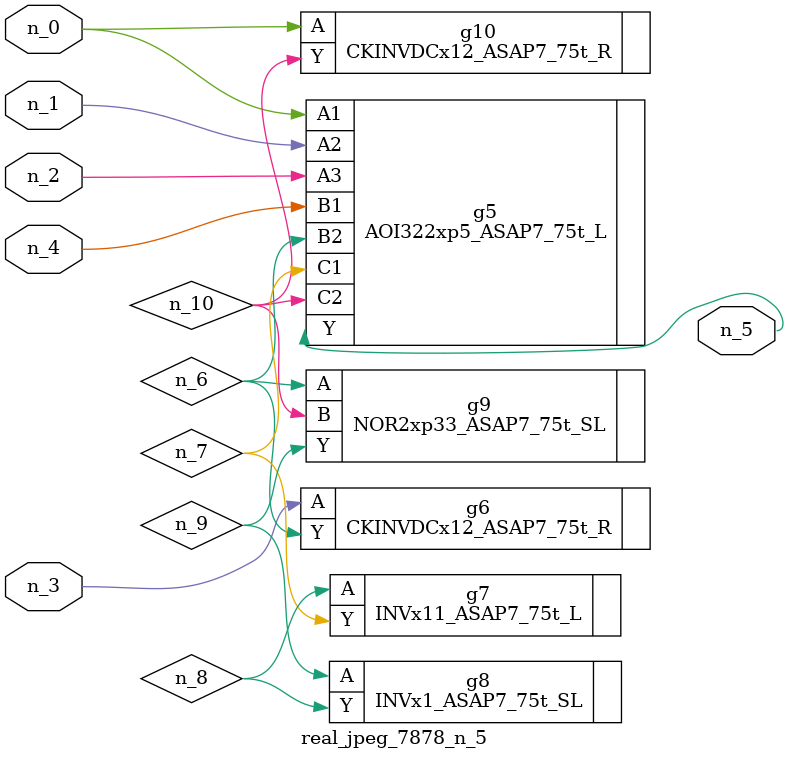
<source format=v>
module real_jpeg_7878_n_5 (n_4, n_0, n_1, n_2, n_3, n_5);

input n_4;
input n_0;
input n_1;
input n_2;
input n_3;

output n_5;

wire n_8;
wire n_6;
wire n_7;
wire n_10;
wire n_9;

AOI322xp5_ASAP7_75t_L g5 ( 
.A1(n_0),
.A2(n_1),
.A3(n_2),
.B1(n_4),
.B2(n_6),
.C1(n_7),
.C2(n_10),
.Y(n_5)
);

CKINVDCx12_ASAP7_75t_R g10 ( 
.A(n_0),
.Y(n_10)
);

CKINVDCx12_ASAP7_75t_R g6 ( 
.A(n_3),
.Y(n_6)
);

NOR2xp33_ASAP7_75t_SL g9 ( 
.A(n_6),
.B(n_10),
.Y(n_9)
);

INVx11_ASAP7_75t_L g7 ( 
.A(n_8),
.Y(n_7)
);

INVx1_ASAP7_75t_SL g8 ( 
.A(n_9),
.Y(n_8)
);


endmodule
</source>
